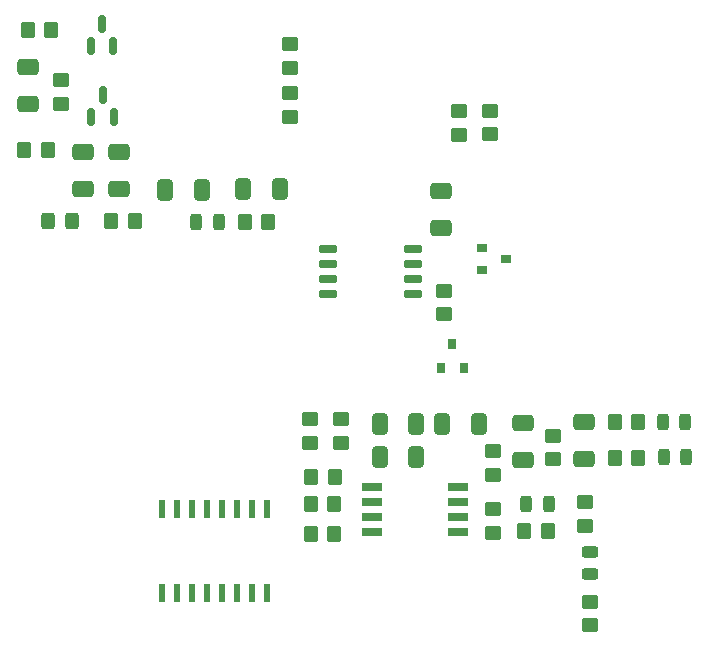
<source format=gbr>
%TF.GenerationSoftware,KiCad,Pcbnew,(6.0.0)*%
%TF.CreationDate,2022-10-28T11:35:46+02:00*%
%TF.ProjectId,INSTR AMP - IDC-SMD v22-10-27,494e5354-5220-4414-9d50-202d20494443,rev?*%
%TF.SameCoordinates,Original*%
%TF.FileFunction,Paste,Top*%
%TF.FilePolarity,Positive*%
%FSLAX46Y46*%
G04 Gerber Fmt 4.6, Leading zero omitted, Abs format (unit mm)*
G04 Created by KiCad (PCBNEW (6.0.0)) date 2022-10-28 11:35:46*
%MOMM*%
%LPD*%
G01*
G04 APERTURE LIST*
G04 Aperture macros list*
%AMRoundRect*
0 Rectangle with rounded corners*
0 $1 Rounding radius*
0 $2 $3 $4 $5 $6 $7 $8 $9 X,Y pos of 4 corners*
0 Add a 4 corners polygon primitive as box body*
4,1,4,$2,$3,$4,$5,$6,$7,$8,$9,$2,$3,0*
0 Add four circle primitives for the rounded corners*
1,1,$1+$1,$2,$3*
1,1,$1+$1,$4,$5*
1,1,$1+$1,$6,$7*
1,1,$1+$1,$8,$9*
0 Add four rect primitives between the rounded corners*
20,1,$1+$1,$2,$3,$4,$5,0*
20,1,$1+$1,$4,$5,$6,$7,0*
20,1,$1+$1,$6,$7,$8,$9,0*
20,1,$1+$1,$8,$9,$2,$3,0*%
G04 Aperture macros list end*
%ADD10RoundRect,0.250000X-0.450000X0.350000X-0.450000X-0.350000X0.450000X-0.350000X0.450000X0.350000X0*%
%ADD11RoundRect,0.250000X0.350000X0.450000X-0.350000X0.450000X-0.350000X-0.450000X0.350000X-0.450000X0*%
%ADD12RoundRect,0.250000X0.450000X-0.350000X0.450000X0.350000X-0.450000X0.350000X-0.450000X-0.350000X0*%
%ADD13RoundRect,0.250000X-0.350000X-0.450000X0.350000X-0.450000X0.350000X0.450000X-0.350000X0.450000X0*%
%ADD14RoundRect,0.250000X0.650000X-0.412500X0.650000X0.412500X-0.650000X0.412500X-0.650000X-0.412500X0*%
%ADD15RoundRect,0.250000X-0.325000X-0.450000X0.325000X-0.450000X0.325000X0.450000X-0.325000X0.450000X0*%
%ADD16RoundRect,0.250000X-0.412500X-0.650000X0.412500X-0.650000X0.412500X0.650000X-0.412500X0.650000X0*%
%ADD17RoundRect,0.250000X-0.650000X0.412500X-0.650000X-0.412500X0.650000X-0.412500X0.650000X0.412500X0*%
%ADD18R,1.700000X0.650000*%
%ADD19RoundRect,0.150000X0.150000X-0.587500X0.150000X0.587500X-0.150000X0.587500X-0.150000X-0.587500X0*%
%ADD20R,0.600000X1.500000*%
%ADD21RoundRect,0.243750X-0.243750X-0.456250X0.243750X-0.456250X0.243750X0.456250X-0.243750X0.456250X0*%
%ADD22R,0.800000X0.900000*%
%ADD23RoundRect,0.243750X0.456250X-0.243750X0.456250X0.243750X-0.456250X0.243750X-0.456250X-0.243750X0*%
%ADD24RoundRect,0.250000X0.412500X0.650000X-0.412500X0.650000X-0.412500X-0.650000X0.412500X-0.650000X0*%
%ADD25R,0.900000X0.800000*%
%ADD26RoundRect,0.243750X0.243750X0.456250X-0.243750X0.456250X-0.243750X-0.456250X0.243750X-0.456250X0*%
%ADD27RoundRect,0.150000X-0.650000X-0.150000X0.650000X-0.150000X0.650000X0.150000X-0.650000X0.150000X0*%
G04 APERTURE END LIST*
D10*
%TO.C,R23*%
X127914400Y-59833000D03*
X127914400Y-61833000D03*
%TD*%
D11*
%TO.C,R2*%
X90458800Y-63169800D03*
X88458800Y-63169800D03*
%TD*%
D12*
%TO.C,R34*%
X136347200Y-103412800D03*
X136347200Y-101412800D03*
%TD*%
D11*
%TO.C,R3*%
X90763600Y-53035200D03*
X88763600Y-53035200D03*
%TD*%
D13*
%TO.C,R20*%
X112766600Y-90830400D03*
X114766600Y-90830400D03*
%TD*%
D14*
%TO.C,C14*%
X130683000Y-89421100D03*
X130683000Y-86296100D03*
%TD*%
D15*
%TO.C,H2*%
X90440400Y-69138800D03*
X92490400Y-69138800D03*
%TD*%
D11*
%TO.C,R32*%
X97850200Y-69138800D03*
X95850200Y-69138800D03*
%TD*%
D13*
%TO.C,R36*%
X138446000Y-89204800D03*
X140446000Y-89204800D03*
%TD*%
D10*
%TO.C,R1*%
X91617800Y-57242200D03*
X91617800Y-59242200D03*
%TD*%
D16*
%TO.C,C4*%
X100393100Y-66548000D03*
X103518100Y-66548000D03*
%TD*%
D17*
%TO.C,C3*%
X96469200Y-63309100D03*
X96469200Y-66434100D03*
%TD*%
D12*
%TO.C,R21*%
X128193800Y-90662000D03*
X128193800Y-88662000D03*
%TD*%
D17*
%TO.C,C2*%
X93421200Y-63334500D03*
X93421200Y-66459500D03*
%TD*%
D13*
%TO.C,R17*%
X112715800Y-95656400D03*
X114715800Y-95656400D03*
%TD*%
D18*
%TO.C,B4*%
X117889000Y-91719400D03*
X117889000Y-92989400D03*
X117889000Y-94259400D03*
X117889000Y-95529400D03*
X125189000Y-95529400D03*
X125189000Y-94259400D03*
X125189000Y-92989400D03*
X125189000Y-91719400D03*
%TD*%
D19*
%TO.C,D1*%
X94147600Y-60348100D03*
X96047600Y-60348100D03*
X95097600Y-58473100D03*
%TD*%
%TO.C,D2*%
X94096800Y-54353700D03*
X95996800Y-54353700D03*
X95046800Y-52478700D03*
%TD*%
D11*
%TO.C,R33*%
X109127800Y-69240400D03*
X107127800Y-69240400D03*
%TD*%
D10*
%TO.C,R8*%
X124028200Y-75073000D03*
X124028200Y-77073000D03*
%TD*%
D14*
%TO.C,C16*%
X135890000Y-89294100D03*
X135890000Y-86169100D03*
%TD*%
D20*
%TO.C,B6*%
X100126800Y-100679600D03*
X101396800Y-100679600D03*
X102666800Y-100679600D03*
X103936800Y-100679600D03*
X105206800Y-100679600D03*
X106476800Y-100679600D03*
X107746800Y-100679600D03*
X109016800Y-100679600D03*
X109016800Y-93579600D03*
X107746800Y-93579600D03*
X106476800Y-93579600D03*
X105206800Y-93579600D03*
X103936800Y-93579600D03*
X102666800Y-93579600D03*
X101396800Y-93579600D03*
X100126800Y-93579600D03*
%TD*%
D21*
%TO.C,H5*%
X142648700Y-89154000D03*
X144523700Y-89154000D03*
%TD*%
D12*
%TO.C,R18*%
X125298200Y-61858400D03*
X125298200Y-59858400D03*
%TD*%
D11*
%TO.C,R25*%
X132800600Y-95427800D03*
X130800600Y-95427800D03*
%TD*%
D12*
%TO.C,R4*%
X110998000Y-60359800D03*
X110998000Y-58359800D03*
%TD*%
D21*
%TO.C,H4*%
X142547100Y-86207600D03*
X144422100Y-86207600D03*
%TD*%
D17*
%TO.C,C1*%
X88747600Y-56120900D03*
X88747600Y-59245900D03*
%TD*%
D13*
%TO.C,R35*%
X138446000Y-86207600D03*
X140446000Y-86207600D03*
%TD*%
D10*
%TO.C,R16*%
X115290600Y-85944200D03*
X115290600Y-87944200D03*
%TD*%
D13*
%TO.C,R19*%
X112715800Y-93167200D03*
X114715800Y-93167200D03*
%TD*%
D22*
%TO.C,D3*%
X125664000Y-81578200D03*
X124714000Y-79578200D03*
X123764000Y-81578200D03*
%TD*%
D12*
%TO.C,R24*%
X128193800Y-95564200D03*
X128193800Y-93564200D03*
%TD*%
D23*
%TO.C,H3*%
X136347200Y-99083100D03*
X136347200Y-97208100D03*
%TD*%
D12*
%TO.C,R15*%
X112699800Y-87944200D03*
X112699800Y-85944200D03*
%TD*%
D24*
%TO.C,C10*%
X121679100Y-86334600D03*
X118554100Y-86334600D03*
%TD*%
D14*
%TO.C,C7*%
X123748800Y-69761500D03*
X123748800Y-66636500D03*
%TD*%
D16*
%TO.C,C11*%
X118554100Y-89179400D03*
X121679100Y-89179400D03*
%TD*%
D25*
%TO.C,D4*%
X127219200Y-73340000D03*
X129219200Y-72390000D03*
X127219200Y-71440000D03*
%TD*%
D10*
%TO.C,R26*%
X135915400Y-92954600D03*
X135915400Y-94954600D03*
%TD*%
%TO.C,R22*%
X133223000Y-87341200D03*
X133223000Y-89341200D03*
%TD*%
D21*
%TO.C,H1*%
X103050100Y-69265800D03*
X104925100Y-69265800D03*
%TD*%
D26*
%TO.C,H6*%
X132865100Y-93116400D03*
X130990100Y-93116400D03*
%TD*%
D24*
%TO.C,C15*%
X126936900Y-86334600D03*
X123811900Y-86334600D03*
%TD*%
D16*
%TO.C,C5*%
X107022500Y-66471800D03*
X110147500Y-66471800D03*
%TD*%
D27*
%TO.C,B2*%
X114179800Y-71501000D03*
X114179800Y-72771000D03*
X114179800Y-74041000D03*
X114179800Y-75311000D03*
X121379800Y-75311000D03*
X121379800Y-74041000D03*
X121379800Y-72771000D03*
X121379800Y-71501000D03*
%TD*%
D12*
%TO.C,R5*%
X110972600Y-56219600D03*
X110972600Y-54219600D03*
%TD*%
M02*

</source>
